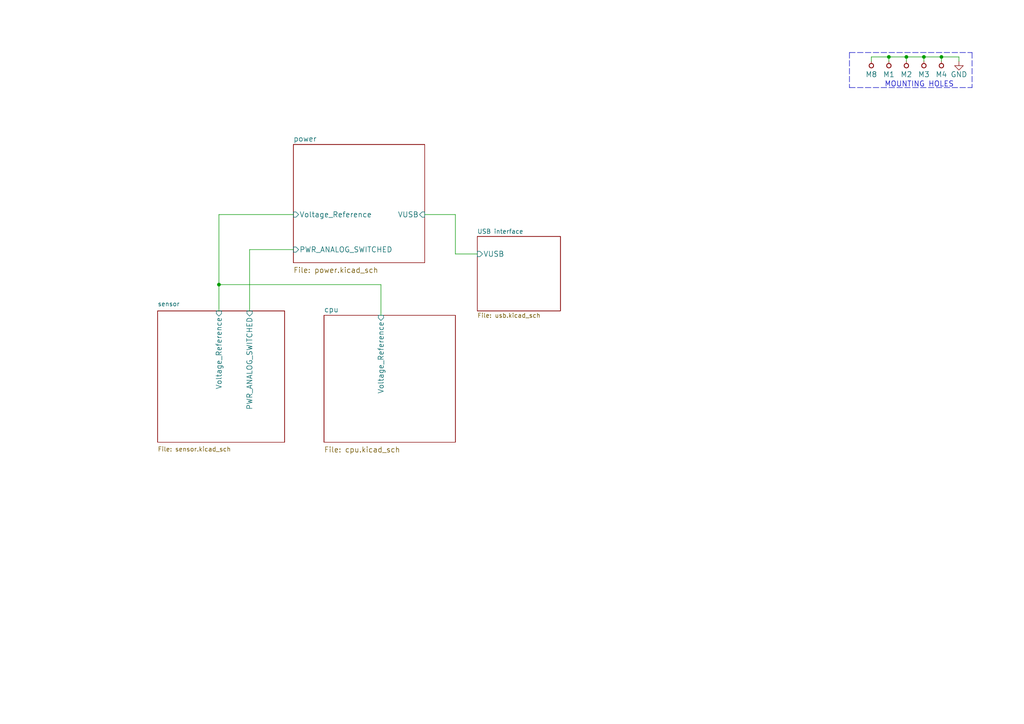
<source format=kicad_sch>
(kicad_sch (version 20211123) (generator eeschema)
  (paper "A4")
  (title_block (title "USTSIPIN02A") (date "2022-05-22") (company "UST.cz") (comment 2 "Silicon PIN diode based\\ndosimeter and spectrometer") (comment 3 "info@ust.cz"))
  (lib_symbols
    (symbol "MLAB_MECHANICAL:HOLE" (pin_numbers hide) (pin_names (offset 1.016) hide)
      (property "Reference" "M" (at 0 2.54 0))
      (property "Value" "HOLE" (at 0 -2.54 0))
      (symbol "HOLE_0_1"
        (circle (center 0 0) (radius 0.635) (stroke (width 0.254)))
      )
      (symbol "HOLE_1_1"
        (pin input line (at 1.27 0 180) (length 0.635) (name "~") (number "1"))
      )
    )
    (symbol "power:GND" (power) (pin_names (offset 0))
      (property "Value" "GND" (at 0 -3.81 0))
      (symbol "GND_0_1"
        (polyline (pts (xy 0 0) (xy 0 -1.27) (xy 1.27 -1.27) (xy 0 -2.54) (xy -1.27 -1.27) (xy 0 -1.27)))
      )
      (symbol "GND_1_1"
        (pin power_in line (at 0 0 270) (length 0) hide (name "GND") (number "1"))
      )
    )
  )
  (junction (at 63.5 82.55))
  (junction (at 257.81 16.51))
  (junction (at 273.05 16.51))
  (junction (at 262.89 16.51))
  (junction (at 267.97 16.51))
  (wire (pts (xy 63.5 90.17) (xy 63.5 82.55)))
  (wire (pts (xy 63.5 82.55) (xy 63.5 62.23)))
  (wire (pts (xy 257.81 16.51) (xy 262.89 16.51)))
  (wire (pts (xy 123.19 62.23) (xy 132.08 62.23)))
  (polyline (pts (xy 281.94 15.24) (xy 281.94 25.4)) (stroke (width 0) (type dash)))
  (polyline (pts (xy 246.38 25.4) (xy 281.94 25.4)) (stroke (width 0) (type dash)))
  (polyline (pts (xy 246.38 15.24) (xy 281.94 15.24)) (stroke (width 0) (type dash)))
  (wire (pts (xy 267.97 17.78) (xy 267.97 16.51)))
  (polyline (pts (xy 246.38 15.24) (xy 246.38 25.4)) (stroke (width 0) (type dash)))
  (wire (pts (xy 273.05 16.51) (xy 278.13 16.51)))
  (wire (pts (xy 63.5 62.23) (xy 85.09 62.23)))
  (wire (pts (xy 132.08 73.66) (xy 132.08 62.23)))
  (wire (pts (xy 72.39 72.39) (xy 85.09 72.39)))
  (wire (pts (xy 110.49 82.55) (xy 63.5 82.55)))
  (wire (pts (xy 252.73 17.78) (xy 252.73 16.51)))
  (wire (pts (xy 72.39 90.17) (xy 72.39 72.39)))
  (wire (pts (xy 262.89 17.78) (xy 262.89 16.51)))
  (wire (pts (xy 273.05 17.78) (xy 273.05 16.51)))
  (wire (pts (xy 132.08 73.66) (xy 138.43 73.66)))
  (wire (pts (xy 252.73 16.51) (xy 257.81 16.51)))
  (wire (pts (xy 262.89 16.51) (xy 267.97 16.51)))
  (wire (pts (xy 110.49 91.44) (xy 110.49 82.55)))
  (wire (pts (xy 257.81 16.51) (xy 257.81 17.78)))
  (wire (pts (xy 278.13 17.78) (xy 278.13 16.51)))
  (wire (pts (xy 267.97 16.51) (xy 273.05 16.51)))
  (text "MOUNTING HOLES" (at 256.54 25.4 0) (effects (font (size 1.524 1.524)) (justify left bottom)))
  (symbol (lib_id "MLAB_MECHANICAL:HOLE") (at 262.89 19.05 90) (unit 1)
    (property "Reference" "M2" (at 262.89 21.59 90) (effects (font (size 1.524 1.524))))
    (property "Value" "HOLE" (effects hide))
    (property "Footprint" "Mlab_Mechanical:MountingHole_3mm" (effects hide))
  )
  (symbol (lib_id "MLAB_MECHANICAL:HOLE") (at 267.97 19.05 90) (unit 1)
    (property "Reference" "M3" (at 267.97 21.59 90) (effects (font (size 1.524 1.524))))
    (property "Value" "HOLE" (effects hide))
    (property "Footprint" "Mlab_Mechanical:MountingHole_3mm" (effects hide))
  )
  (symbol (lib_id "MLAB_MECHANICAL:HOLE") (at 273.05 19.05 90) (unit 1)
    (property "Reference" "M4" (at 273.05 21.59 90) (effects (font (size 1.524 1.524))))
    (property "Value" "HOLE" (effects hide))
    (property "Footprint" "Mlab_Mechanical:MountingHole_3mm" (effects hide))
  )
  (symbol (lib_id "power:GND") (at 278.13 17.78 0) (unit 1)
    (property "Reference" "#PWR03" (effects hide))
    (property "Value" "GND" (at 278.13 21.59 0) (effects (font (size 1.524 1.524))))
  )
  (symbol (lib_id "MLAB_MECHANICAL:HOLE") (at 257.81 19.05 90) (unit 1)
    (property "Reference" "M1" (at 257.81 21.59 90) (effects (font (size 1.524 1.524))))
    (property "Value" "HOLE" (effects hide))
    (property "Footprint" "Mlab_Mechanical:MountingHole_3mm" (effects hide))
  )
  (symbol (lib_id "MLAB_MECHANICAL:HOLE") (at 252.73 19.05 90) (unit 1)
    (property "Reference" "M8" (at 252.73 21.59 90) (effects (font (size 1.524 1.524))))
    (property "Value" "BMI-S-204-F" (effects hide))
    (property "Footprint" "RF_Shielding:Laird_Technologies_BMI-S-204-F_32.00x32.00mm" (effects hide))
    (property "UST_ID" "5c72751c1287500b4e11301a" (effects hide))
  )
  (sheet (at 93.98 91.44) (size 38.1 36.83)
    (property "Sheet name" "cpu" (at 93.98 90.6775 0) (effects (font (size 1.524 1.524)) (justify left bottom)))
    (property "Sheet file" "cpu.kicad_sch" (at 93.98 129.54 0) (effects (font (size 1.524 1.524)) (justify left top)))
    (pin "Voltage_Reference" input (at 110.49 91.44 90) (effects (font (size 1.524 1.524))))
  )
  (sheet (at 85.09 41.91) (size 38.1 34.29)
    (property "Sheet name" "power" (at 85.09 41.1475 0) (effects (font (size 1.524 1.524)) (justify left bottom)))
    (property "Sheet file" "power.kicad_sch" (at 85.09 77.47 0) (effects (font (size 1.524 1.524)) (justify left top)))
    (pin "VUSB" input (at 123.19 62.23 0) (effects (font (size 1.524 1.524))))
    (pin "PWR_ANALOG_SWITCHED" input (at 85.09 72.39 180) (effects (font (size 1.524 1.524))))
    (pin "Voltage_Reference" input (at 85.09 62.23 180) (effects (font (size 1.524 1.524))))
  )
  (sheet (at 138.43 68.58) (size 24.13 21.59) (stroke (width 0.1524))
    (property "Sheet name" "USB interface" (at 138.43 67.8684 0) (effects (justify left bottom)))
    (property "Sheet file" "usb.kicad_sch" (at 138.43 90.7546 0) (effects (justify left top)))
    (pin "VUSB" input (at 138.43 73.66 180) (effects (font (size 1.524 1.524))))
  )
  (sheet (at 45.72 90.17) (size 36.83 38.1) (stroke (width 0.1524))
    (property "Sheet name" "sensor" (at 45.72 88.9 0) (effects (justify left bottom)))
    (property "Sheet file" "sensor.kicad_sch" (at 45.72 129.54 0) (effects (justify left top)))
    (pin "PWR_ANALOG_SWITCHED" input (at 72.39 90.17 90) (effects (font (size 1.524 1.524))))
    (pin "Voltage_Reference" input (at 63.5 90.17 90) (effects (font (size 1.524 1.524))))
  )
)
</source>
